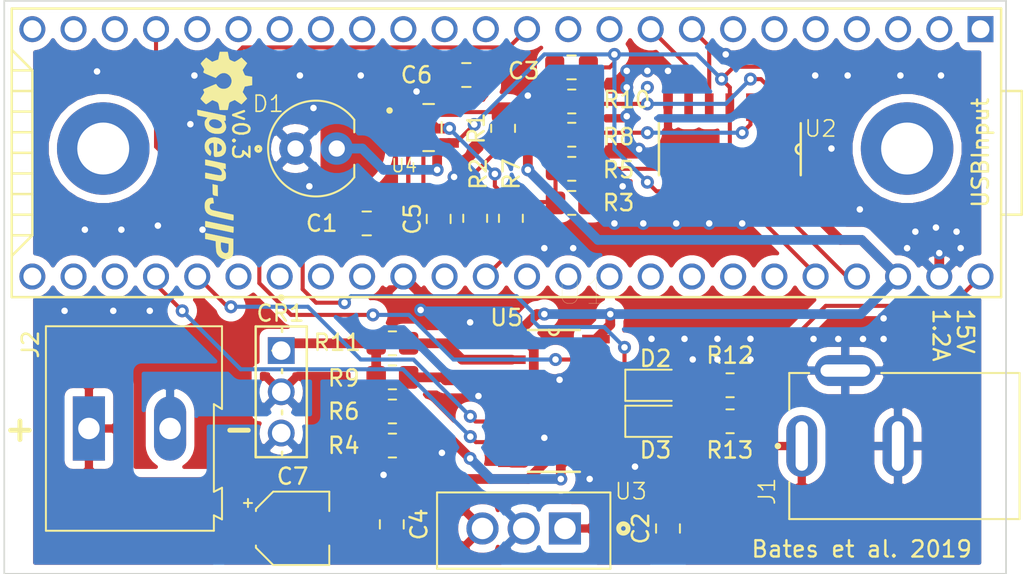
<source format=kicad_pcb>
(kicad_pcb (version 20171130) (host pcbnew "(5.1.9-0-10_14)")
  (layers (0 F.Cu signal) (31 B.Cu signal) (34 B.Paste user) (35 F.Paste user) (36 B.SilkS user) (37 F.SilkS user) (38 B.Mask user) (39 F.Mask user) (44 Edge.Cuts user))
  (net 0 "")
  (net 1 "Net-(C1-Pad2)")
  (net 2 GNDA)
  (net 3 GND)
  (net 4 /Out)
  (net 5 /-IN)
  (net 6 "Net-(C4-Pad2)")
  (net 7 +3V3)
  (net 8 "Net-(C7-Pad2)")
  (net 9 /TrigOut)
  (net 10 "Net-(D2-Pad2)")
  (net 11 "Net-(R3-Pad2)")
  (net 12 "Net-(R4-Pad2)")
  (net 13 "Net-(R5-Pad2)")
  (net 14 "Net-(R6-Pad2)")
  (net 15 FluoroRead)
  (net 16 "Net-(R8-Pad2)")
  (net 17 "Net-(R9-Pad2)")
  (net 18 "Net-(R10-Pad2)")
  (net 19 "Net-(R11-Pad2)")
  (net 20 +5V)
  (net 21 ActinicGain2)
  (net 22 ActinicGain3)
  (net 23 ActinicGain4)
  (net 24 ActinicGain1)
  (net 25 FluoroGain1)
  (net 26 FluoroGain4)
  (net 27 FluoroGain3)
  (net 28 FluoroGain2)
  (net 29 +15V)
  (net 30 "Net-(D3-Pad2)")
  (module TO253P1067X470X2040-3 (layer F.Cu) (at 163.83 105.41 180)
    (fp_text reference U3 (at -4.064 2.286) (layer F.SilkS) (effects (font (size 1.000094 1.000094) (thickness 0.1))))
    (fp_text value KA7812ETU hide)
    (pad 1 thru_hole rect (at 0 0 180) (size 1.98 1.98) (drill 1.32) (layers *.Cu *.Mask) (net 29 +15V))
    (pad 2 thru_hole circle (at 2.54 0 180) (size 1.98 1.98) (drill 1.32) (layers *.Cu *.Mask) (net 3 GND))
    (pad 3 thru_hole circle (at 5.08 0 180) (size 1.98 1.98) (drill 1.32) (layers *.Cu *.Mask) (net 6 "Net-(C4-Pad2)"))
  )
  (module Silkscreen_Images:Open-JIP_Logo (layer F.Cu) (at 142.828 82.394 270)
    (fp_text reference G*** hide)
    (fp_text value LOGO hide)
  )
  (module MountingHole:MountingHole_3.2mm_M3_ISO7380_Pad (layer F.Cu) (at 184.912 82)
    (fp_text reference REF** hide)
    (fp_text value MountingHole_3.2mm_M3_ISO7380_Pad hide)
    (pad 1 thru_hole circle (at 0 0) (size 5.7 5.7) (drill 3.2) (layers *.Cu *.Mask))
  )
  (module MountingHole:MountingHole_3.2mm_M3_ISO7380_Pad (layer F.Cu) (at 135.382 82)
    (fp_text reference REF** hide)
    (fp_text value MountingHole_3.2mm_M3_ISO7380_Pad hide)
    (pad 1 thru_hole circle (at 0 0) (size 5.7 5.7) (drill 3.2) (layers *.Cu *.Mask))
  )
  (module Teensy:Teensy35_36 (layer F.Cu) (at 160.225001 82.265001 180)
    (fp_text reference U5 (at 0 -10.16) (layer F.SilkS))
    (fp_text value Teensy3.6)
    (fp_text user USBInput (at -29.21 0 90) (layer F.SilkS))
    (pad 17 thru_hole circle (at 11.43 7.62 180) (size 1.6 1.6) (drill 1.1) (layers *.Cu *.Mask))
    (pad 18 thru_hole circle (at 13.97 7.62 180) (size 1.6 1.6) (drill 1.1) (layers *.Cu *.Mask))
    (pad 19 thru_hole circle (at 16.51 7.62 180) (size 1.6 1.6) (drill 1.1) (layers *.Cu *.Mask))
    (pad 20 thru_hole circle (at 19.05 7.62 180) (size 1.6 1.6) (drill 1.1) (layers *.Cu *.Mask))
    (pad 16 thru_hole circle (at 8.89 7.62 180) (size 1.6 1.6) (drill 1.1) (layers *.Cu *.Mask))
    (pad 15 thru_hole circle (at 6.35 7.62 180) (size 1.6 1.6) (drill 1.1) (layers *.Cu *.Mask))
    (pad 14 thru_hole circle (at 3.81 7.62 180) (size 1.6 1.6) (drill 1.1) (layers *.Cu *.Mask))
    (pad 21 thru_hole circle (at 21.59 7.62 180) (size 1.6 1.6) (drill 1.1) (layers *.Cu *.Mask) (net 24 ActinicGain1))
    (pad 22 thru_hole circle (at 24.13 7.62 180) (size 1.6 1.6) (drill 1.1) (layers *.Cu *.Mask))
    (pad 23 thru_hole circle (at 26.67 7.62 180) (size 1.6 1.6) (drill 1.1) (layers *.Cu *.Mask))
    (pad 24 thru_hole circle (at 29.21 7.62 180) (size 1.6 1.6) (drill 1.1) (layers *.Cu *.Mask))
    (pad 30 thru_hole circle (at 29.21 -7.62 180) (size 1.6 1.6) (drill 1.1) (layers *.Cu *.Mask))
    (pad 31 thru_hole circle (at 26.67 -7.62 180) (size 1.6 1.6) (drill 1.1) (layers *.Cu *.Mask))
    (pad 32 thru_hole circle (at 24.13 -7.62 180) (size 1.6 1.6) (drill 1.1) (layers *.Cu *.Mask))
    (pad 33 thru_hole circle (at 21.59 -7.62 180) (size 1.6 1.6) (drill 1.1) (layers *.Cu *.Mask) (net 22 ActinicGain3))
    (pad 34 thru_hole circle (at 19.05 -7.62 180) (size 1.6 1.6) (drill 1.1) (layers *.Cu *.Mask) (net 21 ActinicGain2))
    (pad 35 thru_hole circle (at 16.51 -7.62 180) (size 1.6 1.6) (drill 1.1) (layers *.Cu *.Mask))
    (pad 36 thru_hole circle (at 13.97 -7.62 180) (size 1.6 1.6) (drill 1.1) (layers *.Cu *.Mask))
    (pad 37 thru_hole circle (at 11.43 -7.62 180) (size 1.6 1.6) (drill 1.1) (layers *.Cu *.Mask))
    (pad 13 thru_hole circle (at 1.27 7.62 180) (size 1.6 1.6) (drill 1.1) (layers *.Cu *.Mask))
    (pad 12 thru_hole circle (at -1.27 7.62 180) (size 1.6 1.6) (drill 1.1) (layers *.Cu *.Mask) (net 23 ActinicGain4))
    (pad 11 thru_hole circle (at -3.81 7.62 180) (size 1.6 1.6) (drill 1.1) (layers *.Cu *.Mask))
    (pad 10 thru_hole circle (at -6.35 7.62 180) (size 1.6 1.6) (drill 1.1) (layers *.Cu *.Mask))
    (pad 9 thru_hole circle (at -8.89 7.62 180) (size 1.6 1.6) (drill 1.1) (layers *.Cu *.Mask) (net 27 FluoroGain3))
    (pad 8 thru_hole circle (at -11.43 7.62 180) (size 1.6 1.6) (drill 1.1) (layers *.Cu *.Mask) (net 28 FluoroGain2))
    (pad 7 thru_hole circle (at -13.97 7.62 180) (size 1.6 1.6) (drill 1.1) (layers *.Cu *.Mask))
    (pad 6 thru_hole circle (at -16.51 7.62 180) (size 1.6 1.6) (drill 1.1) (layers *.Cu *.Mask))
    (pad 5 thru_hole circle (at -19.05 7.62 180) (size 1.6 1.6) (drill 1.1) (layers *.Cu *.Mask))
    (pad 4 thru_hole circle (at -21.59 7.62 180) (size 1.6 1.6) (drill 1.1) (layers *.Cu *.Mask))
    (pad 3 thru_hole circle (at -24.13 7.62 180) (size 1.6 1.6) (drill 1.1) (layers *.Cu *.Mask))
    (pad 2 thru_hole circle (at -26.67 7.62 180) (size 1.6 1.6) (drill 1.1) (layers *.Cu *.Mask))
    (pad 1 thru_hole rect (at -29.21 7.62 180) (size 1.6 1.6) (drill 1.1) (layers *.Cu *.Mask))
    (pad 38 thru_hole circle (at 8.89 -7.62 180) (size 1.6 1.6) (drill 1.1) (layers *.Cu *.Mask))
    (pad 39 thru_hole circle (at 6.35 -7.62 180) (size 1.6 1.6) (drill 1.1) (layers *.Cu *.Mask) (net 3 GND))
    (pad 40 thru_hole circle (at 3.81 -7.62 180) (size 1.6 1.6) (drill 1.1) (layers *.Cu *.Mask))
    (pad 41 thru_hole circle (at 1.27 -7.62 180) (size 1.6 1.6) (drill 1.1) (layers *.Cu *.Mask) (net 15 FluoroRead))
    (pad 42 thru_hole circle (at -1.27 -7.62 180) (size 1.6 1.6) (drill 1.1) (layers *.Cu *.Mask))
    (pad 43 thru_hole circle (at -3.81 -7.62 180) (size 1.6 1.6) (drill 1.1) (layers *.Cu *.Mask))
    (pad 44 thru_hole circle (at -6.35 -7.62 180) (size 1.6 1.6) (drill 1.1) (layers *.Cu *.Mask))
    (pad 45 thru_hole circle (at -8.89 -7.62 180) (size 1.6 1.6) (drill 1.1) (layers *.Cu *.Mask))
    (pad 46 thru_hole circle (at -11.43 -7.62 180) (size 1.6 1.6) (drill 1.1) (layers *.Cu *.Mask))
    (pad 47 thru_hole circle (at -13.97 -7.62 180) (size 1.6 1.6) (drill 1.1) (layers *.Cu *.Mask))
    (pad 48 thru_hole circle (at -16.51 -7.62 180) (size 1.6 1.6) (drill 1.1) (layers *.Cu *.Mask))
    (pad 49 thru_hole circle (at -19.05 -7.62 180) (size 1.6 1.6) (drill 1.1) (layers *.Cu *.Mask) (net 26 FluoroGain4))
    (pad 50 thru_hole circle (at -21.59 -7.62 180) (size 1.6 1.6) (drill 1.1) (layers *.Cu *.Mask) (net 25 FluoroGain1))
    (pad 51 thru_hole circle (at -24.13 -7.62 180) (size 1.6 1.6) (drill 1.1) (layers *.Cu *.Mask) (net 7 +3V3))
    (pad 52 thru_hole circle (at -26.67 -7.62 180) (size 1.6 1.6) (drill 1.1) (layers *.Cu *.Mask) (net 2 GNDA))
    (pad 53 thru_hole circle (at -29.21 -7.62 180) (size 1.6 1.6) (drill 1.1) (layers *.Cu *.Mask) (net 20 +5V))
  )
  (module Additional-parts:DCJack_MPD_EJ503A (layer F.Cu) (at 181.102 100.33 90)
    (fp_text reference J1 (at -2.794 -4.826 90) (layer F.SilkS) (effects (font (thickness 0.1))))
    (fp_text value EJ503A)
    (pad 1 thru_hole oval (at 0 -2.68 90) (size 3.8 1.9) (drill oval 3.05 0.76) (layers *.Cu *.Mask) (net 29 +15V))
    (pad 2 thru_hole oval (at 0 3.25 90) (size 3.8 1.9) (drill oval 3.05 0.76) (layers *.Cu *.Mask) (net 3 GND))
    (pad 3 thru_hole oval (at 4.65 0 90) (size 1.9 3.8) (drill oval 0.76 3.05) (layers *.Cu *.Mask) (net 3 GND))
  )
  (module Resistor_SMD:R_0805_2012Metric_Pad1.20x1.40mm_HandSolder (layer F.Cu) (at 174.006 98.806 180)
    (fp_text reference R13 (at 0.016 -1.778) (layer F.SilkS))
    (fp_text value 15K)
    (pad 2 smd roundrect (at 1 0 180) (size 1.2 1.4) (layers F.Cu F.Paste F.Mask) (roundrect_rratio 0.2083325) (net 30 "Net-(D3-Pad2)"))
    (pad 1 smd roundrect (at -1 0 180) (size 1.2 1.4) (layers F.Cu F.Paste F.Mask) (roundrect_rratio 0.2083325) (net 29 +15V))
  )
  (module LED_SMD:LED_0805_2012Metric_Pad1.15x1.40mm_HandSolder (layer F.Cu) (at 169.409 98.806)
    (fp_text reference D3 (at 0 1.778) (layer F.SilkS))
    (fp_text value LED)
    (pad 2 smd roundrect (at 1.025 0) (size 1.15 1.4) (layers F.Cu F.Paste F.Mask) (roundrect_rratio 0.2173904347826087) (net 30 "Net-(D3-Pad2)"))
    (pad 1 smd roundrect (at -1.025 0) (size 1.15 1.4) (layers F.Cu F.Paste F.Mask) (roundrect_rratio 0.2173904347826087) (net 3 GND))
  )
  (module Capacitor_SMD:C_0805_2012Metric_Pad1.18x1.45mm_HandSolder (layer F.Cu) (at 151.6165 86.614)
    (fp_text reference C1 (at -2.7725 0) (layer F.SilkS))
    (fp_text value 100nF)
    (pad 2 smd roundrect (at 1.0375 0) (size 1.175 1.45) (layers F.Cu F.Paste F.Mask) (roundrect_rratio 0.2127659574468085) (net 1 "Net-(C1-Pad2)"))
    (pad 1 smd roundrect (at -1.0375 0) (size 1.175 1.45) (layers F.Cu F.Paste F.Mask) (roundrect_rratio 0.2127659574468085) (net 2 GNDA))
  )
  (module Capacitor_SMD:C_0805_2012Metric_Pad1.18x1.45mm_HandSolder (layer F.Cu) (at 170.18 105.41 90)
    (fp_text reference C2 (at 0 -1.68 90) (layer F.SilkS))
    (fp_text value 330nF)
    (pad 1 smd roundrect (at -1.0375 0 90) (size 1.175 1.45) (layers F.Cu F.Paste F.Mask) (roundrect_rratio 0.2127659574468085) (net 3 GND))
    (pad 2 smd roundrect (at 1.0375 0 90) (size 1.175 1.45) (layers F.Cu F.Paste F.Mask) (roundrect_rratio 0.2127659574468085) (net 29 +15V))
  )
  (module Capacitor_SMD:C_0805_2012Metric_Pad1.18x1.45mm_HandSolder (layer F.Cu) (at 164.2375 77)
    (fp_text reference C3 (at -2.9475 0.216) (layer F.SilkS))
    (fp_text value 1pF)
    (pad 1 smd roundrect (at -1.0375 0) (size 1.175 1.45) (layers F.Cu F.Paste F.Mask) (roundrect_rratio 0.2127659574468085) (net 4 /Out))
    (pad 2 smd roundrect (at 1.0375 0) (size 1.175 1.45) (layers F.Cu F.Paste F.Mask) (roundrect_rratio 0.2127659574468085) (net 5 /-IN))
  )
  (module Capacitor_SMD:C_0805_2012Metric_Pad1.18x1.45mm_HandSolder (layer F.Cu) (at 153.162 105.156 270)
    (fp_text reference C4 (at 0 -1.68 90) (layer F.SilkS))
    (fp_text value 100nF)
    (pad 2 smd roundrect (at 1.0375 0 270) (size 1.175 1.45) (layers F.Cu F.Paste F.Mask) (roundrect_rratio 0.2127659574468085) (net 6 "Net-(C4-Pad2)"))
    (pad 1 smd roundrect (at -1.0375 0 270) (size 1.175 1.45) (layers F.Cu F.Paste F.Mask) (roundrect_rratio 0.2127659574468085) (net 3 GND))
  )
  (module Capacitor_SMD:C_0805_2012Metric_Pad1.18x1.45mm_HandSolder (layer F.Cu) (at 156.05 86.3375 90)
    (fp_text reference C5 (at 0 -1.618 90) (layer F.SilkS))
    (fp_text value 100nF)
    (pad 2 smd roundrect (at 1.0375 0 90) (size 1.175 1.45) (layers F.Cu F.Paste F.Mask) (roundrect_rratio 0.2127659574468085) (net 2 GNDA))
    (pad 1 smd roundrect (at -1.0375 0 90) (size 1.175 1.45) (layers F.Cu F.Paste F.Mask) (roundrect_rratio 0.2127659574468085) (net 2 GNDA))
  )
  (module Capacitor_SMD:C_0805_2012Metric_Pad1.18x1.45mm_HandSolder (layer F.Cu) (at 157.7555 77.47 180)
    (fp_text reference C6 (at 3.0695 0) (layer F.SilkS))
    (fp_text value 100nF)
    (pad 1 smd roundrect (at -1.0375 0 180) (size 1.175 1.45) (layers F.Cu F.Paste F.Mask) (roundrect_rratio 0.2127659574468085) (net 2 GNDA))
    (pad 2 smd roundrect (at 1.0375 0 180) (size 1.175 1.45) (layers F.Cu F.Paste F.Mask) (roundrect_rratio 0.2127659574468085) (net 7 +3V3))
  )
  (module Capacitor_SMD:CP_Elec_4x5.4 (layer F.Cu) (at 147.05 105.4)
    (fp_text reference C7 (at 0 -3.2) (layer F.SilkS))
    (fp_text value 1uF)
    (pad 1 smd roundrect (at -1.8 0) (size 2.6 1.6) (layers F.Cu F.Paste F.Mask) (roundrect_rratio 0.15625) (net 6 "Net-(C4-Pad2)"))
    (pad 2 smd roundrect (at 1.8 0) (size 2.6 1.6) (layers F.Cu F.Paste F.Mask) (roundrect_rratio 0.15625) (net 8 "Net-(C7-Pad2)"))
  )
  (module Additional-parts:BD681 (layer F.Cu) (at 146.35 94.45 270)
    (fp_text reference CR1 (at -2.3 0.05) (layer F.SilkS))
    (fp_text value BD681 hide)
    (fp_text user * (at 0 0 90) (layer F.SilkS))
    (pad 1 thru_hole rect (at 0 0 270) (size 1.651 1.651) (drill 1.143) (layers *.Cu *.Mask) (net 9 /TrigOut))
    (pad 2 thru_hole circle (at 2.54 0 270) (size 1.651 1.651) (drill 1.143) (layers *.Cu *.Mask) (net 8 "Net-(C7-Pad2)"))
    (pad 3 thru_hole circle (at 5.08 0 270) (size 1.651 1.651) (drill 1.143) (layers *.Cu *.Mask) (net 3 GND))
  )
  (module Additional-parts:SFH_213_FA (layer F.Cu) (at 148.5 82)
    (fp_text reference D1 (at -2.958 -2.752) (layer F.SilkS) (effects (font (thickness 0.1))))
    (fp_text value SFH_213_FA)
    (fp_poly (pts (xy 0.27 -0.06) (xy 0.27 -1.79) (xy 0.325072 -1.838669) (xy 0.369937 -1.876115) (xy 0.415724 -1.912427) (xy 0.462405 -1.947583) (xy 0.509951 -1.981559) (xy 0.558332 -2.014336) (xy 0.607517 -2.045893) (xy 0.657477 -2.076209) (xy 0.708179 -2.105266) (xy 0.759592 -2.133046) (xy 0.811684 -2.159531) (xy 0.864422 -2.184704) (xy 0.917774 -2.208551) (xy 0.971705 -2.231055) (xy 1.026182 -2.252204) (xy 1.081171 -2.271983) (xy 1.136638 -2.290381) (xy 1.192548 -2.307385) (xy 1.248865 -2.322986) (xy 1.305555 -2.337173) (xy 1.362582 -2.349937) (xy 1.419911 -2.361271) (xy 1.477505 -2.371168) (xy 1.535329 -2.37962) (xy 1.593346 -2.386624) (xy 1.65152 -2.392174) (xy 1.709815 -2.396268) (xy 1.768193 -2.398902) (xy 1.82662 -2.400075) (xy 1.87 -2.4) (xy 1.895 -2.4) (xy 2.027992 -2.394465) (xy 2.152129 -2.382621) (xy 2.275487 -2.364368) (xy 2.397735 -2.339756) (xy 2.518545 -2.308849) (xy 2.637594 -2.271732) (xy 2.754563 -2.228503) (xy 2.869137 -2.179278) (xy 2.98101 -2.124189) (xy 3.089882 -2.063384) (xy 3.195461 -1.997026) (xy 3.297464 -1.925292) (xy 3.395618 -1.848376) (xy 3.48966 -1.766483) (xy 3.579337 -1.679832) (xy 3.66441 -1.588656) (xy 3.744649 -1.493199) (xy 3.819841 -1.393718) (xy 3.889783 -1.290478) (xy 3.954289 -1.183757) (xy 4.013184 -1.073841) (xy 4.066312 -0.961023) (xy 4.11353 -0.845607) (xy 4.154711 -0.727902) (xy 4.189746 -0.608224) (xy 4.218539 -0.486892) (xy 4.241014 -0.364233) (xy 4.257111 -0.240576) (xy 4.266787 -0.11625) (xy 4.27 0) (xy 4.266787 0.11625) (xy 4.257111 0.240576) (xy 4.241014 0.364233) (xy 4.218539 0.486892) (xy 4.189746 0.608224) (xy 4.154711 0.727902) (xy 4.11353 0.845607) (xy 4.066312 0.961023) (xy 4.013184 1.073841) (xy 3.954289 1.183757) (xy 3.889783 1.290478) (xy 3.819841 1.393718) (xy 3.744649 1.493199) (xy 3.66441 1.588656) (xy 3.579337 1.679832) (xy 3.48966 1.766483) (xy 3.395618 1.848376) (xy 3.297464 1.925292) (xy 3.195461 1.997026) (xy 3.089882 2.063384) (xy 2.98101 2.124189) (xy 2.869137 2.179278) (xy 2.754563 2.228503) (xy 2.637594 2.271732) (xy 2.518545 2.308849) (xy 2.397735 2.339756) (xy 2.275487 2.364368) (xy 2.152129 2.382621) (xy 2.027992 2.394465) (xy 1.895 2.4) (xy 1.795 2.4) (xy 1.87 2.4) (xy 1.82662 2.400075) (xy 1.768193 2.398902) (xy 1.709815 2.396268) (xy 1.65152 2.392174) (xy 1.593346 2.386624) (xy 1.535329 2.37962) (xy 1.477505 2.371168) (xy 1.419911 2.361271) (xy 1.362582 2.349937) (xy 1.305555 2.337173) (xy 1.248865 2.322986) (xy 1.192548 2.307385) (xy 1.136638 2.290381) (xy 1.081171 2.271983) (xy 1.026182 2.252204) (xy 0.971705 2.231055) (xy 0.917774 2.208551) (xy 0.864422 2.184704) (xy 0.811684 2.159531) (xy 0.759592 2.133046) (xy 0.708179 2.105266) (xy 0.657477 2.076209) (xy 0.607517 2.045893) (xy 0.558332 2.014336) (xy 0.509951 1.981559) (xy 0.462405 1.947583) (xy 0.415724 1.912427) (xy 0.369937 1.876115) (xy 0.325072 1.838669) (xy 0.27 1.79) (xy 0.27 -0.06)) (layer F.Cu) (width 0.001))
    (pad 1 thru_hole circle (at -1.27 0) (size 2 2) (drill 1) (layers *.Cu) (net 2 GNDA))
    (pad 2 thru_hole circle (at 1.27 0) (size 2 2) (drill 1) (layers *.Cu) (net 5 /-IN))
  )
  (module LED_SMD:LED_0805_2012Metric_Pad1.15x1.40mm_HandSolder (layer F.Cu) (at 169.409 96.586)
    (fp_text reference D2 (at 0 -1.65) (layer F.SilkS))
    (fp_text value LED)
    (pad 1 smd roundrect (at -1.025 0) (size 1.15 1.4) (layers F.Cu F.Paste F.Mask) (roundrect_rratio 0.2173904347826087) (net 3 GND))
    (pad 2 smd roundrect (at 1.025 0) (size 1.15 1.4) (layers F.Cu F.Paste F.Mask) (roundrect_rratio 0.2173904347826087) (net 10 "Net-(D2-Pad2)"))
  )
  (module TerminalBlock:TerminalBlock_Altech_AK300-2_P5.00mm (layer F.Cu) (at 134.5 99.25)
    (fp_text reference J2 (at -3.598 -5.178 -270) (layer F.SilkS))
    (fp_text value Screw_Terminal_01x02 hide)
    (pad 1 thru_hole rect (at 0 0) (size 1.98 3.96) (drill 1.32) (layers *.Cu *.Mask) (net 6 "Net-(C4-Pad2)"))
    (pad 2 thru_hole oval (at 5 0) (size 1.98 3.96) (drill 1.32) (layers *.Cu *.Mask) (net 8 "Net-(C7-Pad2)"))
  )
  (module Resistor_SMD:R_0805_2012Metric_Pad1.20x1.40mm_HandSolder (layer F.Cu) (at 160.02 80.756 90)
    (fp_text reference R1 (at 0 -1.65 90) (layer F.SilkS))
    (fp_text value 20K)
    (pad 1 smd roundrect (at -1 0 90) (size 1.2 1.4) (layers F.Cu F.Paste F.Mask) (roundrect_rratio 0.2083325) (net 1 "Net-(C1-Pad2)"))
    (pad 2 smd roundrect (at 1 0 90) (size 1.2 1.4) (layers F.Cu F.Paste F.Mask) (roundrect_rratio 0.2083325) (net 7 +3V3))
  )
  (module Resistor_SMD:R_0805_2012Metric_Pad1.20x1.40mm_HandSolder (layer F.Cu) (at 158.3 86.3 90)
    (fp_text reference R2 (at 2.734 0.196 90) (layer F.SilkS))
    (fp_text value 5)
    (pad 2 smd roundrect (at 1 0 90) (size 1.2 1.4) (layers F.Cu F.Paste F.Mask) (roundrect_rratio 0.2083325) (net 1 "Net-(C1-Pad2)"))
    (pad 1 smd roundrect (at -1 0 90) (size 1.2 1.4) (layers F.Cu F.Paste F.Mask) (roundrect_rratio 0.2083325) (net 2 GNDA))
  )
  (module Resistor_SMD:R_0805_2012Metric_Pad1.20x1.40mm_HandSolder (layer F.Cu) (at 164.25 85.35)
    (fp_text reference R3 (at 2.882 -0.006) (layer F.SilkS))
    (fp_text value 3.9M)
    (pad 1 smd roundrect (at -1 0) (size 1.2 1.4) (layers F.Cu F.Paste F.Mask) (roundrect_rratio 0.2083325) (net 4 /Out))
    (pad 2 smd roundrect (at 1 0) (size 1.2 1.4) (layers F.Cu F.Paste F.Mask) (roundrect_rratio 0.2083325) (net 11 "Net-(R3-Pad2)"))
  )
  (module Resistor_SMD:R_0805_2012Metric_Pad1.20x1.40mm_HandSolder (layer F.Cu) (at 153.2 100.3)
    (fp_text reference R4 (at -3 0) (layer F.SilkS))
    (fp_text value 8.2K)
    (pad 2 smd roundrect (at 1 0) (size 1.2 1.4) (layers F.Cu F.Paste F.Mask) (roundrect_rratio 0.2083325) (net 12 "Net-(R4-Pad2)"))
    (pad 1 smd roundrect (at -1 0) (size 1.2 1.4) (layers F.Cu F.Paste F.Mask) (roundrect_rratio 0.2083325) (net 9 /TrigOut))
  )
  (module Resistor_SMD:R_0805_2012Metric_Pad1.20x1.40mm_HandSolder (layer F.Cu) (at 164.25 83.25)
    (fp_text reference R5 (at 2.882 0.062) (layer F.SilkS))
    (fp_text value 3.3M)
    (pad 2 smd roundrect (at 1 0) (size 1.2 1.4) (layers F.Cu F.Paste F.Mask) (roundrect_rratio 0.2083325) (net 13 "Net-(R5-Pad2)"))
    (pad 1 smd roundrect (at -1 0) (size 1.2 1.4) (layers F.Cu F.Paste F.Mask) (roundrect_rratio 0.2083325) (net 4 /Out))
  )
  (module Resistor_SMD:R_0805_2012Metric_Pad1.20x1.40mm_HandSolder (layer F.Cu) (at 153.2 98.2)
    (fp_text reference R6 (at -3 0) (layer F.SilkS))
    (fp_text value 6.8K)
    (pad 1 smd roundrect (at -1 0) (size 1.2 1.4) (layers F.Cu F.Paste F.Mask) (roundrect_rratio 0.2083325) (net 9 /TrigOut))
    (pad 2 smd roundrect (at 1 0) (size 1.2 1.4) (layers F.Cu F.Paste F.Mask) (roundrect_rratio 0.2083325) (net 14 "Net-(R6-Pad2)"))
  )
  (module Resistor_SMD:R_0805_2012Metric_Pad1.20x1.40mm_HandSolder (layer F.Cu) (at 160.5 86.3 90)
    (fp_text reference R7 (at 2.734 0.028 90) (layer F.SilkS))
    (fp_text value 47)
    (pad 1 smd roundrect (at -1 0 90) (size 1.2 1.4) (layers F.Cu F.Paste F.Mask) (roundrect_rratio 0.2083325) (net 15 FluoroRead))
    (pad 2 smd roundrect (at 1 0 90) (size 1.2 1.4) (layers F.Cu F.Paste F.Mask) (roundrect_rratio 0.2083325) (net 4 /Out))
  )
  (module Resistor_SMD:R_0805_2012Metric_Pad1.20x1.40mm_HandSolder (layer F.Cu) (at 164.25 81.15)
    (fp_text reference R8 (at 2.882 0.13) (layer F.SilkS))
    (fp_text value 2.3M)
    (pad 1 smd roundrect (at -1 0) (size 1.2 1.4) (layers F.Cu F.Paste F.Mask) (roundrect_rratio 0.2083325) (net 4 /Out))
    (pad 2 smd roundrect (at 1 0) (size 1.2 1.4) (layers F.Cu F.Paste F.Mask) (roundrect_rratio 0.2083325) (net 16 "Net-(R8-Pad2)"))
  )
  (module Resistor_SMD:R_0805_2012Metric_Pad1.20x1.40mm_HandSolder (layer F.Cu) (at 153.2 96.1)
    (fp_text reference R9 (at -3 0.05) (layer F.SilkS))
    (fp_text value 5.1K)
    (pad 1 smd roundrect (at -1 0) (size 1.2 1.4) (layers F.Cu F.Paste F.Mask) (roundrect_rratio 0.2083325) (net 9 /TrigOut))
    (pad 2 smd roundrect (at 1 0) (size 1.2 1.4) (layers F.Cu F.Paste F.Mask) (roundrect_rratio 0.2083325) (net 17 "Net-(R9-Pad2)"))
  )
  (module Resistor_SMD:R_0805_2012Metric_Pad1.20x1.40mm_HandSolder (layer F.Cu) (at 164.25 79.1)
    (fp_text reference R10 (at 3.39 -0.106) (layer F.SilkS))
    (fp_text value 1M)
    (pad 2 smd roundrect (at 1 0) (size 1.2 1.4) (layers F.Cu F.Paste F.Mask) (roundrect_rratio 0.2083325) (net 18 "Net-(R10-Pad2)"))
    (pad 1 smd roundrect (at -1 0) (size 1.2 1.4) (layers F.Cu F.Paste F.Mask) (roundrect_rratio 0.2083325) (net 4 /Out))
  )
  (module Resistor_SMD:R_0805_2012Metric_Pad1.20x1.40mm_HandSolder (layer F.Cu) (at 153.2 94)
    (fp_text reference R11 (at -3.4 -0.05) (layer F.SilkS))
    (fp_text value 4.3K)
    (pad 2 smd roundrect (at 1 0) (size 1.2 1.4) (layers F.Cu F.Paste F.Mask) (roundrect_rratio 0.2083325) (net 19 "Net-(R11-Pad2)"))
    (pad 1 smd roundrect (at -1 0) (size 1.2 1.4) (layers F.Cu F.Paste F.Mask) (roundrect_rratio 0.2083325) (net 9 /TrigOut))
  )
  (module Resistor_SMD:R_0805_2012Metric_Pad1.20x1.40mm_HandSolder (layer F.Cu) (at 174.006 96.586 180)
    (fp_text reference R12 (at 0.016 1.844) (layer F.SilkS))
    (fp_text value 1K)
    (pad 2 smd roundrect (at 1 0 180) (size 1.2 1.4) (layers F.Cu F.Paste F.Mask) (roundrect_rratio 0.2083325) (net 10 "Net-(D2-Pad2)"))
    (pad 1 smd roundrect (at -1 0 180) (size 1.2 1.4) (layers F.Cu F.Paste F.Mask) (roundrect_rratio 0.2083325) (net 20 +5V))
  )
  (module Additional-parts:SOIC127P600X175-14N (layer F.Cu) (at 163.15 97.55)
    (fp_text reference U1 (at 1.754745 -6.764665) (layer F.SilkS) (effects (font (size 1.642008 1.642008) (thickness 0.015))))
    (fp_text value 74HC4066D,653 hide)
    (pad 1 smd rect (at -2.5908 -3.81) (size 1.7018 0.5334) (layers F.Cu F.Paste F.Mask) (net 7 +3V3))
    (pad 2 smd rect (at -2.5908 -2.54) (size 1.7018 0.5334) (layers F.Cu F.Paste F.Mask) (net 19 "Net-(R11-Pad2)"))
    (pad 3 smd rect (at -2.5908 -1.27) (size 1.7018 0.5334) (layers F.Cu F.Paste F.Mask) (net 17 "Net-(R9-Pad2)"))
    (pad 4 smd rect (at -2.5908 0) (size 1.7018 0.5334) (layers F.Cu F.Paste F.Mask) (net 7 +3V3))
    (pad 5 smd rect (at -2.5908 1.27) (size 1.7018 0.5334) (layers F.Cu F.Paste F.Mask) (net 21 ActinicGain2))
    (pad 6 smd rect (at -2.5908 2.54) (size 1.7018 0.5334) (layers F.Cu F.Paste F.Mask) (net 22 ActinicGain3))
    (pad 7 smd rect (at -2.5908 3.81) (size 1.7018 0.5334) (layers F.Cu F.Paste F.Mask) (net 3 GND))
    (pad 8 smd rect (at 2.5908 3.81) (size 1.7018 0.5334) (layers F.Cu F.Paste F.Mask) (net 7 +3V3))
    (pad 9 smd rect (at 2.5908 2.54) (size 1.7018 0.5334) (layers F.Cu F.Paste F.Mask) (net 14 "Net-(R6-Pad2)"))
    (pad 10 smd rect (at 2.5908 1.27) (size 1.7018 0.5334) (layers F.Cu F.Paste F.Mask) (net 12 "Net-(R4-Pad2)"))
    (pad 11 smd rect (at 2.5908 0) (size 1.7018 0.5334) (layers F.Cu F.Paste F.Mask) (net 7 +3V3))
    (pad 12 smd rect (at 2.5908 -1.27) (size 1.7018 0.5334) (layers F.Cu F.Paste F.Mask) (net 23 ActinicGain4))
    (pad 13 smd rect (at 2.5908 -2.54) (size 1.7018 0.5334) (layers F.Cu F.Paste F.Mask) (net 24 ActinicGain1))
    (pad 14 smd rect (at 2.5908 -3.81) (size 1.7018 0.5334) (layers F.Cu F.Paste F.Mask) (net 7 +3V3))
  )
  (module Additional-parts:SOIC127P600X175-14N (layer F.Cu) (at 173.99 82.042 270)
    (fp_text reference U2 (at -1.27 -5.588 180) (layer F.SilkS) (effects (font (thickness 0.1))))
    (fp_text value 74HC4066D,653 hide)
    (pad 14 smd rect (at 2.5908 -3.81 270) (size 1.7018 0.5334) (layers F.Cu F.Paste F.Mask) (net 7 +3V3))
    (pad 13 smd rect (at 2.5908 -2.54 270) (size 1.7018 0.5334) (layers F.Cu F.Paste F.Mask) (net 25 FluoroGain1))
    (pad 12 smd rect (at 2.5908 -1.27 270) (size 1.7018 0.5334) (layers F.Cu F.Paste F.Mask) (net 26 FluoroGain4))
    (pad 11 smd rect (at 2.5908 0 270) (size 1.7018 0.5334) (layers F.Cu F.Paste F.Mask) (net 5 /-IN))
    (pad 10 smd rect (at 2.5908 1.27 270) (size 1.7018 0.5334) (layers F.Cu F.Paste F.Mask) (net 11 "Net-(R3-Pad2)"))
    (pad 9 smd rect (at 2.5908 2.54 270) (size 1.7018 0.5334) (layers F.Cu F.Paste F.Mask) (net 13 "Net-(R5-Pad2)"))
    (pad 8 smd rect (at 2.5908 3.81 270) (size 1.7018 0.5334) (layers F.Cu F.Paste F.Mask) (net 5 /-IN))
    (pad 7 smd rect (at -2.5908 3.81 270) (size 1.7018 0.5334) (layers F.Cu F.Paste F.Mask) (net 2 GNDA))
    (pad 6 smd rect (at -2.5908 2.54 270) (size 1.7018 0.5334) (layers F.Cu F.Paste F.Mask) (net 27 FluoroGain3))
    (pad 5 smd rect (at -2.5908 1.27 270) (size 1.7018 0.5334) (layers F.Cu F.Paste F.Mask) (net 28 FluoroGain2))
    (pad 4 smd rect (at -2.5908 0 270) (size 1.7018 0.5334) (layers F.Cu F.Paste F.Mask) (net 5 /-IN))
    (pad 3 smd rect (at -2.5908 -1.27 270) (size 1.7018 0.5334) (layers F.Cu F.Paste F.Mask) (net 16 "Net-(R8-Pad2)"))
    (pad 2 smd rect (at -2.5908 -2.54 270) (size 1.7018 0.5334) (layers F.Cu F.Paste F.Mask) (net 18 "Net-(R10-Pad2)"))
    (pad 1 smd rect (at -2.5908 -3.81 270) (size 1.7018 0.5334) (layers F.Cu F.Paste F.Mask) (net 5 /-IN))
  )
  (module Additional-parts:SOT95P280X145-5N (layer F.Cu) (at 155.433 80.706)
    (fp_text reference U4 (at -1.509 2.352) (layer F.SilkS) (effects (font (size 0.8 0.8) (thickness 0.1))))
    (fp_text value OPA320AIDBVT)
    (pad 1 smd rect (at -1.255 -0.95) (size 1.21 0.59) (layers F.Cu F.Paste F.Mask) (net 4 /Out))
    (pad 2 smd rect (at -1.255 0) (size 1.21 0.59) (layers F.Cu F.Paste F.Mask) (net 2 GNDA))
    (pad 3 smd rect (at -1.255 0.95) (size 1.21 0.59) (layers F.Cu F.Paste F.Mask) (net 1 "Net-(C1-Pad2)"))
    (pad 4 smd rect (at 1.255 0.95) (size 1.21 0.59) (layers F.Cu F.Paste F.Mask) (net 5 /-IN))
    (pad 5 smd rect (at 1.255 -0.95) (size 1.21 0.59) (layers F.Cu F.Paste F.Mask) (net 7 +3V3))
  )
  (gr_text 1.2A (at 187 93.5 270) (layer F.SilkS) (effects (font (size 1 1))))
  (gr_text "15V\n" (at 188.5 93.25 270) (layer F.SilkS) (effects (font (size 1 1))))
  (gr_text v0.3 (at 143.844 81.124 270) (layer F.SilkS) (effects (font (size 1 1))))
  (gr_text "Bates et al. 2019" (at 182.118 106.68) (layer F.SilkS) (effects (font (size 1 1))))
  (gr_text - (at 143.75 99.25) (layer F.SilkS) (effects (font (size 1.5 1.5) (thickness 0.3))))
  (gr_text + (at 130.25 99.25) (layer F.SilkS) (effects (font (size 1.5 1.5) (thickness 0.3))))
  (gr_line (start 191.008 72.898) (end 129.286 72.898) (layer Edge.Cuts) (width 0.1))
  (gr_line (start 191.008 108.204) (end 191.008 72.898) (layer Edge.Cuts) (width 0.1))
  (gr_line (start 129.286 108.204) (end 191.008 108.204) (layer Edge.Cuts) (width 0.1))
  (gr_line (start 129.286 72.898) (end 129.286 108.204) (layer Edge.Cuts) (width 0.1))
  (via (at 168.91 78.232) (size 0.8) (drill 0.4) (layers F.Cu B.Cu) (net 0))
  (segment (start 154.178 85.09) (end 152.654 86.614) (width 0.25) (layer F.Cu) (net 1))
  (segment (start 154.178 81.656) (end 154.178 85.09) (width 0.25) (layer F.Cu) (net 1))
  (segment (start 158.3 83.476) (end 160.02 81.756) (width 0.25) (layer F.Cu) (net 1))
  (segment (start 158.3 85.3) (end 158.3 83.476) (width 0.25) (layer F.Cu) (net 1))
  (segment (start 154.178 85.05369) (end 155.48431 86.36) (width 0.25) (layer F.Cu) (net 1))
  (segment (start 154.178 81.656) (end 154.178 85.05369) (width 0.25) (layer F.Cu) (net 1))
  (segment (start 157.24 86.36) (end 158.3 85.3) (width 0.25) (layer F.Cu) (net 1))
  (segment (start 155.48431 86.36) (end 157.24 86.36) (width 0.25) (layer F.Cu) (net 1))
  (via (at 170.18 77.216) (size 0.8) (drill 0.4) (layers F.Cu B.Cu) (net 2))
  (segment (start 170.18 79.4512) (end 170.18 77.216) (width 0.6) (layer F.Cu) (net 2))
  (segment (start 186.895001 89.885001) (end 186.895001 88.440999) (width 0.6) (layer F.Cu) (net 2))
  (segment (start 186.895001 88.440999) (end 186.895001 88.440999) (width 0.6) (layer F.Cu) (net 2))
  (via (at 186.895001 88.440999) (size 0.8) (drill 0.4) (layers F.Cu B.Cu) (net 2))
  (via (at 167.386 84.328) (size 0.8) (drill 0.4) (layers F.Cu B.Cu) (net 2))
  (via (at 166.878 86.614) (size 0.8) (drill 0.4) (layers F.Cu B.Cu) (net 2))
  (via (at 168.656 86.614) (size 0.8) (drill 0.4) (layers F.Cu B.Cu) (net 2))
  (via (at 170.688 86.614) (size 0.8) (drill 0.4) (layers F.Cu B.Cu) (net 2))
  (via (at 172.72 86.614) (size 0.8) (drill 0.4) (layers F.Cu B.Cu) (net 2))
  (via (at 174.752 86.614) (size 0.8) (drill 0.4) (layers F.Cu B.Cu) (net 2))
  (via (at 162.56 88.138) (size 0.8) (drill 0.4) (layers F.Cu B.Cu) (net 2))
  (via (at 164.338 88.138) (size 0.8) (drill 0.4) (layers F.Cu B.Cu) (net 2))
  (via (at 157 83.75) (size 0.8) (drill 0.4) (layers F.Cu B.Cu) (net 2))
  (via (at 148.082 84.328) (size 0.8) (drill 0.4) (layers F.Cu B.Cu) (net 2))
  (via (at 148.336 79.502) (size 0.8) (drill 0.4) (layers F.Cu B.Cu) (net 2))
  (via (at 154.686 78.486) (size 0.8) (drill 0.4) (layers F.Cu B.Cu) (net 2))
  (via (at 161.544 78.74) (size 0.8) (drill 0.4) (layers F.Cu B.Cu) (net 2))
  (via (at 167.64 77.216) (size 0.8) (drill 0.4) (layers F.Cu B.Cu) (net 2))
  (via (at 168.91 77.216) (size 0.8) (drill 0.4) (layers F.Cu B.Cu) (net 2))
  (via (at 167.64 78.232) (size 0.8) (drill 0.4) (layers F.Cu B.Cu) (net 2))
  (via (at 167.64 80.01) (size 0.8) (drill 0.4) (layers F.Cu B.Cu) (net 2))
  (via (at 168.402 82.042) (size 0.8) (drill 0.4) (layers F.Cu B.Cu) (net 2))
  (via (at 173.736 76.2) (size 0.8) (drill 0.4) (layers F.Cu B.Cu) (net 2))
  (via (at 184.912 88.138) (size 0.8) (drill 0.4) (layers F.Cu B.Cu) (net 2))
  (via (at 185.42 87.122) (size 0.8) (drill 0.4) (layers F.Cu B.Cu) (net 2))
  (via (at 186.69 86.868) (size 0.8) (drill 0.4) (layers F.Cu B.Cu) (net 2))
  (via (at 187.96 87.122) (size 0.8) (drill 0.4) (layers F.Cu B.Cu) (net 2))
  (via (at 188.214 88.138) (size 0.8) (drill 0.4) (layers F.Cu B.Cu) (net 2))
  (segment (start 155.108001 81.100999) (end 154.713002 80.706) (width 0.25) (layer F.Cu) (net 2))
  (segment (start 154.713002 80.706) (end 154.178 80.706) (width 0.25) (layer F.Cu) (net 2))
  (segment (start 155.108001 84.358001) (end 155.108001 81.100999) (width 0.25) (layer F.Cu) (net 2))
  (segment (start 156.05 85.3) (end 155.108001 84.358001) (width 0.25) (layer F.Cu) (net 2))
  (segment (start 156.05 84.7) (end 157 83.75) (width 0.25) (layer F.Cu) (net 2))
  (segment (start 156.05 85.3) (end 156.05 84.7) (width 0.25) (layer F.Cu) (net 2))
  (via (at 138.75 86.75) (size 0.8) (drill 0.4) (layers F.Cu B.Cu) (net 2))
  (via (at 140.75 80.5) (size 0.8) (drill 0.4) (layers F.Cu B.Cu) (net 2))
  (via (at 135 77.25) (size 0.8) (drill 0.4) (layers F.Cu B.Cu) (net 2))
  (via (at 134.25 87) (size 0.8) (drill 0.4) (layers F.Cu B.Cu) (net 2))
  (via (at 141.5 87) (size 0.8) (drill 0.4) (layers F.Cu B.Cu) (net 2))
  (via (at 141 77.5) (size 0.8) (drill 0.4) (layers F.Cu B.Cu) (net 2))
  (via (at 147.5 77.5) (size 0.8) (drill 0.4) (layers F.Cu B.Cu) (net 2))
  (via (at 151.25 77.5) (size 0.8) (drill 0.4) (layers F.Cu B.Cu) (net 2))
  (via (at 181.25 77.5) (size 0.8) (drill 0.4) (layers F.Cu B.Cu) (net 2))
  (via (at 187 77.5) (size 0.8) (drill 0.4) (layers F.Cu B.Cu) (net 2))
  (via (at 136.5 87) (size 0.8) (drill 0.4) (layers F.Cu B.Cu) (net 2))
  (via (at 179.25 77.5) (size 0.8) (drill 0.4) (layers F.Cu B.Cu) (net 2))
  (via (at 184.5 77.5) (size 0.8) (drill 0.4) (layers F.Cu B.Cu) (net 2))
  (via (at 180.25 82) (size 0.8) (drill 0.4) (layers F.Cu B.Cu) (net 2))
  (via (at 182 85.75) (size 0.8) (drill 0.4) (layers F.Cu B.Cu) (net 2))
  (via (at 162.56 99.822) (size 0.8) (drill 0.4) (layers F.Cu B.Cu) (net 3))
  (segment (start 162.56 100.106802) (end 162.56 99.822) (width 0.6) (layer F.Cu) (net 3))
  (segment (start 161.306802 101.36) (end 162.56 100.106802) (width 0.6) (layer F.Cu) (net 3))
  (segment (start 160.5592 101.36) (end 161.306802 101.36) (width 0.6) (layer F.Cu) (net 3))
  (segment (start 153.875001 89.885001) (end 154.94 90.95) (width 0.6) (layer F.Cu) (net 3))
  (segment (start 154.94 90.95) (end 154.94 91.948) (width 0.6) (layer F.Cu) (net 3))
  (via (at 154.94 91.948) (size 0.8) (drill 0.4) (layers F.Cu B.Cu) (net 3))
  (via (at 168.148 101.6) (size 0.8) (drill 0.4) (layers F.Cu B.Cu) (net 3))
  (via (at 169.164 93.726) (size 0.8) (drill 0.4) (layers F.Cu B.Cu) (net 3))
  (via (at 171.196 93.726) (size 0.8) (drill 0.4) (layers F.Cu B.Cu) (net 3))
  (via (at 173.228 93.726) (size 0.8) (drill 0.4) (layers F.Cu B.Cu) (net 3))
  (via (at 175.26 93.726) (size 0.8) (drill 0.4) (layers F.Cu B.Cu) (net 3))
  (via (at 152.654 102.108) (size 0.8) (drill 0.4) (layers F.Cu B.Cu) (net 3))
  (via (at 157.988 92.71) (size 0.8) (drill 0.4) (layers F.Cu B.Cu) (net 3))
  (via (at 165.354 102.362) (size 0.8) (drill 0.4) (layers F.Cu B.Cu) (net 3))
  (via (at 171.704 94.996) (size 0.8) (drill 0.4) (layers F.Cu B.Cu) (net 3))
  (via (at 175.26 94.996) (size 0.8) (drill 0.4) (layers F.Cu B.Cu) (net 3))
  (via (at 173.228 94.996) (size 0.8) (drill 0.4) (layers F.Cu B.Cu) (net 3))
  (via (at 183.464 92.464) (size 0.8) (drill 0.4) (layers F.Cu B.Cu) (net 3))
  (via (at 183.464 93.734) (size 0.8) (drill 0.4) (layers F.Cu B.Cu) (net 3))
  (via (at 182.194 93.734) (size 0.8) (drill 0.4) (layers F.Cu B.Cu) (net 3))
  (via (at 180.67 93.734) (size 0.8) (drill 0.4) (layers F.Cu B.Cu) (net 3))
  (via (at 179.146 93.734) (size 0.8) (drill 0.4) (layers F.Cu B.Cu) (net 3))
  (via (at 163.5 96.25) (size 0.8) (drill 0.4) (layers F.Cu B.Cu) (net 3))
  (via (at 133 92) (size 0.8) (drill 0.4) (layers F.Cu B.Cu) (net 3))
  (via (at 136 92) (size 0.8) (drill 0.4) (layers F.Cu B.Cu) (net 3))
  (via (at 138.25 92) (size 0.8) (drill 0.4) (layers F.Cu B.Cu) (net 3))
  (via (at 156.25 100.75) (size 0.8) (drill 0.4) (layers F.Cu B.Cu) (net 3))
  (via (at 158.5 97.25) (size 0.8) (drill 0.4) (layers F.Cu B.Cu) (net 3))
  (via (at 159.512 83.566) (size 0.8) (drill 0.4) (layers F.Cu B.Cu) (net 4))
  (segment (start 156.718 80.772) (end 159.512 83.566) (width 0.25) (layer B.Cu) (net 4))
  (segment (start 159.512 84.312) (end 160.5 85.3) (width 0.25) (layer F.Cu) (net 4))
  (segment (start 159.512 83.566) (end 159.512 84.312) (width 0.25) (layer F.Cu) (net 4))
  (segment (start 163.2 85.3) (end 163.25 85.35) (width 0.25) (layer F.Cu) (net 4))
  (segment (start 160.5 85.3) (end 163.2 85.3) (width 0.25) (layer F.Cu) (net 4))
  (segment (start 163.25 77.05) (end 163.2 77) (width 0.25) (layer F.Cu) (net 4))
  (segment (start 163.25 85.35) (end 163.25 77.05) (width 0.25) (layer F.Cu) (net 4))
  (segment (start 154.887998 79.756) (end 155.903998 80.772) (width 0.6) (layer F.Cu) (net 4))
  (segment (start 154.178 79.756) (end 154.887998 79.756) (width 0.6) (layer F.Cu) (net 4))
  (via (at 156.71815 80.756505) (size 0.8) (drill 0.4) (layers F.Cu B.Cu) (net 4))
  (segment (start 156.702655 80.772) (end 156.71815 80.756505) (width 0.6) (layer F.Cu) (net 4))
  (segment (start 155.903998 80.772) (end 156.702655 80.772) (width 0.6) (layer F.Cu) (net 4))
  (segment (start 156.688 81.656) (end 156.378 81.656) (width 0.25) (layer F.Cu) (net 5))
  (segment (start 156.688 81.656) (end 157.104 81.656) (width 0.25) (layer F.Cu) (net 5))
  (via (at 158.242 80.518) (size 0.8) (drill 0.4) (layers F.Cu B.Cu) (net 5))
  (segment (start 157.104 81.656) (end 158.242 80.518) (width 0.25) (layer F.Cu) (net 5))
  (segment (start 158.242 80.518) (end 162.56 76.2) (width 0.25) (layer B.Cu) (net 5))
  (via (at 166.878 76.2) (size 0.8) (drill 0.4) (layers F.Cu B.Cu) (net 5))
  (segment (start 162.56 76.2) (end 166.878 76.2) (width 0.25) (layer B.Cu) (net 5))
  (segment (start 166.878 76.2) (end 166.878 76.708) (width 0.25) (layer F.Cu) (net 5))
  (segment (start 166.586 77) (end 165.275 77) (width 0.25) (layer F.Cu) (net 5))
  (segment (start 166.878 76.708) (end 166.586 77) (width 0.25) (layer F.Cu) (net 5))
  (segment (start 173.99 79.4512) (end 173.99 78.232) (width 0.25) (layer F.Cu) (net 5))
  (via (at 173.482 77.724) (size 0.8) (drill 0.4) (layers F.Cu B.Cu) (net 5))
  (segment (start 173.99 78.232) (end 173.482 77.724) (width 0.25) (layer F.Cu) (net 5))
  (segment (start 171.958 76.2) (end 166.878 76.2) (width 0.25) (layer B.Cu) (net 5))
  (segment (start 173.482 77.724) (end 171.958 76.2) (width 0.25) (layer B.Cu) (net 5))
  (segment (start 173.99 84.6328) (end 173.99 79.4512) (width 0.25) (layer F.Cu) (net 5))
  (segment (start 177.8 80.2386) (end 177.8 79.4512) (width 0.25) (layer F.Cu) (net 5))
  (segment (start 173.99 84.0486) (end 177.8 80.2386) (width 0.25) (layer F.Cu) (net 5))
  (segment (start 173.99 84.6328) (end 173.99 84.0486) (width 0.25) (layer F.Cu) (net 5))
  (segment (start 170.18 84.6328) (end 169.4688 84.6328) (width 0.25) (layer F.Cu) (net 5))
  (via (at 168.91 84.074) (size 0.8) (drill 0.4) (layers F.Cu B.Cu) (net 5))
  (segment (start 169.4688 84.6328) (end 168.91 84.074) (width 0.25) (layer F.Cu) (net 5))
  (segment (start 166.878 82.042) (end 166.878 76.2) (width 0.25) (layer B.Cu) (net 5))
  (segment (start 168.91 84.074) (end 166.878 82.042) (width 0.25) (layer B.Cu) (net 5))
  (segment (start 177.8 78.3503) (end 176.4117 76.962) (width 0.25) (layer F.Cu) (net 5))
  (segment (start 177.8 79.4512) (end 177.8 78.3503) (width 0.25) (layer F.Cu) (net 5))
  (segment (start 174.244 76.962) (end 173.482 77.724) (width 0.25) (layer F.Cu) (net 5))
  (segment (start 176.4117 76.962) (end 174.244 76.962) (width 0.25) (layer F.Cu) (net 5))
  (segment (start 149.77 82) (end 151.342 82) (width 0.6) (layer B.Cu) (net 5))
  (segment (start 151.342 82) (end 152.654 83.312) (width 0.6) (layer B.Cu) (net 5))
  (via (at 155.956 83.312) (size 0.8) (drill 0.4) (layers F.Cu B.Cu) (net 5))
  (segment (start 152.654 83.312) (end 155.956 83.312) (width 0.6) (layer B.Cu) (net 5))
  (segment (start 155.956 82.388) (end 156.688 81.656) (width 0.6) (layer F.Cu) (net 5))
  (segment (start 155.956 83.312) (end 155.956 82.388) (width 0.6) (layer F.Cu) (net 5))
  (segment (start 156.718 79.726) (end 156.688 79.756) (width 0.25) (layer F.Cu) (net 7))
  (segment (start 156.718 77.47) (end 156.718 79.726) (width 0.25) (layer F.Cu) (net 7))
  (segment (start 156.688 79.756) (end 160.02 79.756) (width 0.25) (layer F.Cu) (net 7))
  (segment (start 184.355001 89.885001) (end 182.1 87.63) (width 0.6) (layer F.Cu) (net 7))
  (segment (start 180.7972 87.63) (end 177.8 84.6328) (width 0.6) (layer F.Cu) (net 7))
  (segment (start 182.1 87.63) (end 180.7972 87.63) (width 0.6) (layer F.Cu) (net 7))
  (segment (start 160.02 79.756) (end 161.544 81.28) (width 0.6) (layer F.Cu) (net 7))
  (via (at 161.544 83.312) (size 0.8) (drill 0.4) (layers F.Cu B.Cu) (net 7))
  (segment (start 161.544 81.28) (end 161.544 83.312) (width 0.6) (layer F.Cu) (net 7))
  (segment (start 161.544 83.312) (end 165.862 87.63) (width 0.6) (layer B.Cu) (net 7))
  (segment (start 182.1 87.63) (end 184.355001 89.885001) (width 0.6) (layer B.Cu) (net 7))
  (segment (start 165.862 87.63) (end 182.1 87.63) (width 0.6) (layer B.Cu) (net 7))
  (segment (start 184.355001 89.885001) (end 182.038002 92.202) (width 0.6) (layer B.Cu) (net 7))
  (via (at 166.624 92.202) (size 0.8) (drill 0.4) (layers F.Cu B.Cu) (net 7))
  (segment (start 182.038002 92.202) (end 166.624 92.202) (width 0.6) (layer B.Cu) (net 7))
  (segment (start 166.624 92.8568) (end 165.7408 93.74) (width 0.6) (layer F.Cu) (net 7))
  (segment (start 166.624 92.202) (end 166.624 92.8568) (width 0.6) (layer F.Cu) (net 7))
  (segment (start 166.624 92.202) (end 162.56 92.202) (width 0.6) (layer B.Cu) (net 7))
  (via (at 162.56 92.202) (size 0.8) (drill 0.4) (layers F.Cu B.Cu) (net 7))
  (segment (start 162.0972 92.202) (end 160.5592 93.74) (width 0.6) (layer F.Cu) (net 7))
  (segment (start 162.56 92.202) (end 162.0972 92.202) (width 0.6) (layer F.Cu) (net 7))
  (segment (start 160.5592 97.55) (end 161.276 97.55) (width 0.6) (layer F.Cu) (net 7))
  (segment (start 161.306802 93.74) (end 160.5592 93.74) (width 0.6) (layer F.Cu) (net 7))
  (segment (start 161.910101 96.915899) (end 161.910101 94.343299) (width 0.6) (layer F.Cu) (net 7))
  (segment (start 161.910101 94.343299) (end 161.306802 93.74) (width 0.6) (layer F.Cu) (net 7))
  (segment (start 161.276 97.55) (end 161.910101 96.915899) (width 0.6) (layer F.Cu) (net 7))
  (segment (start 162.544202 97.55) (end 165.7408 97.55) (width 0.6) (layer F.Cu) (net 7))
  (segment (start 161.910101 96.915899) (end 162.544202 97.55) (width 0.6) (layer F.Cu) (net 7))
  (segment (start 165.7408 101.36) (end 167.118 101.36) (width 0.6) (layer F.Cu) (net 7))
  (segment (start 167.118 101.36) (end 167.30899 101.16901) (width 0.6) (layer F.Cu) (net 7))
  (segment (start 167.30899 97.66729) (end 167.1917 97.55) (width 0.6) (layer F.Cu) (net 7))
  (segment (start 167.1917 97.55) (end 165.7408 97.55) (width 0.6) (layer F.Cu) (net 7))
  (segment (start 167.30899 101.16901) (end 167.30899 97.66729) (width 0.6) (layer F.Cu) (net 7))
  (segment (start 152.2 100.3) (end 152.2 94) (width 0.6) (layer F.Cu) (net 9))
  (segment (start 146.8 94) (end 146.35 94.45) (width 0.6) (layer F.Cu) (net 9))
  (segment (start 152.2 94) (end 146.8 94) (width 0.6) (layer F.Cu) (net 9))
  (segment (start 170.434 96.586) (end 173.006 96.586) (width 0.25) (layer F.Cu) (net 10))
  (segment (start 172.72 85.7337) (end 172.72 84.6328) (width 0.25) (layer F.Cu) (net 11))
  (segment (start 172.644999 85.808701) (end 172.72 85.7337) (width 0.25) (layer F.Cu) (net 11))
  (segment (start 165.708701 85.808701) (end 172.644999 85.808701) (width 0.25) (layer F.Cu) (net 11))
  (segment (start 165.25 85.35) (end 165.708701 85.808701) (width 0.25) (layer F.Cu) (net 11))
  (segment (start 164.993198 98.82) (end 162.814 100.999198) (width 0.6) (layer F.Cu) (net 12))
  (segment (start 165.7408 98.82) (end 164.993198 98.82) (width 0.6) (layer F.Cu) (net 12))
  (segment (start 162.814 101.122802) (end 161.574802 102.362) (width 0.6) (layer F.Cu) (net 12))
  (segment (start 162.814 100.999198) (end 162.814 101.122802) (width 0.6) (layer F.Cu) (net 12))
  (segment (start 156.262 102.362) (end 154.2 100.3) (width 0.6) (layer F.Cu) (net 12))
  (segment (start 161.574802 102.362) (end 156.262 102.362) (width 0.6) (layer F.Cu) (net 12))
  (segment (start 171.45 83.5319) (end 171.45 84.6328) (width 0.25) (layer F.Cu) (net 13))
  (segment (start 171.1681 83.25) (end 171.45 83.5319) (width 0.25) (layer F.Cu) (net 13))
  (segment (start 165.25 83.25) (end 171.1681 83.25) (width 0.25) (layer F.Cu) (net 13))
  (segment (start 154.2 98.2) (end 155.096 98.2) (width 0.6) (layer F.Cu) (net 14))
  (via (at 157.988 101.092) (size 0.8) (drill 0.4) (layers F.Cu B.Cu) (net 14))
  (segment (start 155.096 98.2) (end 157.988 101.092) (width 0.6) (layer F.Cu) (net 14))
  (segment (start 157.988 101.092) (end 159.258 102.362) (width 0.6) (layer B.Cu) (net 14))
  (via (at 163.576 102.362) (size 0.8) (drill 0.4) (layers F.Cu B.Cu) (net 14))
  (segment (start 159.258 102.362) (end 163.576 102.362) (width 0.6) (layer B.Cu) (net 14))
  (segment (start 164.993198 100.09) (end 165.7408 100.09) (width 0.6) (layer F.Cu) (net 14))
  (segment (start 163.576 101.507198) (end 164.993198 100.09) (width 0.6) (layer F.Cu) (net 14))
  (segment (start 163.576 102.362) (end 163.576 101.507198) (width 0.6) (layer F.Cu) (net 14))
  (segment (start 160.5 88.340002) (end 158.955001 89.885001) (width 0.25) (layer F.Cu) (net 15))
  (segment (start 160.5 87.3) (end 160.5 88.340002) (width 0.25) (layer F.Cu) (net 15))
  (segment (start 175.26 79.4512) (end 175.26 80.518) (width 0.25) (layer F.Cu) (net 16))
  (via (at 174.752 81.026) (size 0.8) (drill 0.4) (layers F.Cu B.Cu) (net 16))
  (segment (start 175.26 80.518) (end 174.752 81.026) (width 0.25) (layer F.Cu) (net 16))
  (segment (start 174.752 81.026) (end 168.91 81.026) (width 0.25) (layer B.Cu) (net 16))
  (via (at 168.91 81.026) (size 0.8) (drill 0.4) (layers F.Cu B.Cu) (net 16))
  (segment (start 165.374 81.026) (end 165.25 81.15) (width 0.25) (layer F.Cu) (net 16))
  (segment (start 168.91 81.026) (end 165.374 81.026) (width 0.25) (layer F.Cu) (net 16))
  (segment (start 160.5592 96.28) (end 156.478 96.28) (width 0.6) (layer F.Cu) (net 17))
  (segment (start 156.298 96.1) (end 154.2 96.1) (width 0.6) (layer F.Cu) (net 17))
  (segment (start 156.478 96.28) (end 156.298 96.1) (width 0.6) (layer F.Cu) (net 17))
  (segment (start 176.53 78.3503) (end 175.9037 77.724) (width 0.25) (layer F.Cu) (net 18))
  (segment (start 176.53 79.4512) (end 176.53 78.3503) (width 0.25) (layer F.Cu) (net 18))
  (via (at 175.26 77.724) (size 0.8) (drill 0.4) (layers F.Cu B.Cu) (net 18))
  (segment (start 175.9037 77.724) (end 175.26 77.724) (width 0.25) (layer F.Cu) (net 18))
  (segment (start 175.26 77.724) (end 173.736 79.248) (width 0.25) (layer B.Cu) (net 18))
  (via (at 168.91 79.248) (size 0.8) (drill 0.4) (layers F.Cu B.Cu) (net 18))
  (segment (start 173.736 79.248) (end 168.91 79.248) (width 0.25) (layer B.Cu) (net 18))
  (segment (start 165.398 79.248) (end 165.25 79.1) (width 0.25) (layer F.Cu) (net 18))
  (segment (start 168.91 79.248) (end 165.398 79.248) (width 0.25) (layer F.Cu) (net 18))
  (segment (start 160.5592 95.01) (end 157.494 95.01) (width 0.6) (layer F.Cu) (net 19))
  (segment (start 156.484 94) (end 154.2 94) (width 0.6) (layer F.Cu) (net 19))
  (segment (start 157.494 95.01) (end 156.484 94) (width 0.6) (layer F.Cu) (net 19))
  (segment (start 189.435001 89.885001) (end 187.626002 91.694) (width 0.25) (layer F.Cu) (net 20))
  (segment (start 179.898 91.694) (end 175.006 96.586) (width 0.25) (layer F.Cu) (net 20))
  (segment (start 187.626002 91.694) (end 179.898 91.694) (width 0.25) (layer F.Cu) (net 20))
  (segment (start 141.175001 89.885001) (end 143.04 91.75) (width 0.25) (layer F.Cu) (net 21))
  (via (at 143.25 91.75) (size 0.8) (drill 0.4) (layers F.Cu B.Cu) (net 21))
  (segment (start 143.04 91.75) (end 143.25 91.75) (width 0.25) (layer F.Cu) (net 21))
  (segment (start 143.25 91.75) (end 148 91.75) (width 0.25) (layer B.Cu) (net 21))
  (segment (start 148 91.75) (end 151.25 95) (width 0.25) (layer B.Cu) (net 21))
  (segment (start 151.25 95) (end 154.5 95) (width 0.25) (layer B.Cu) (net 21))
  (via (at 158 98.5) (size 0.8) (drill 0.4) (layers F.Cu B.Cu) (net 21))
  (segment (start 154.5 95) (end 158 98.5) (width 0.25) (layer B.Cu) (net 21))
  (segment (start 158.32 98.82) (end 158 98.5) (width 0.25) (layer F.Cu) (net 21))
  (segment (start 160.5592 98.82) (end 158.32 98.82) (width 0.25) (layer F.Cu) (net 21))
  (via (at 140.25 92) (size 0.8) (drill 0.4) (layers F.Cu B.Cu) (net 22))
  (segment (start 143.850501 95.600501) (end 153.850501 95.600501) (width 0.25) (layer B.Cu) (net 22))
  (segment (start 140.25 92) (end 143.850501 95.600501) (width 0.25) (layer B.Cu) (net 22))
  (via (at 158 99.75) (size 0.8) (drill 0.4) (layers F.Cu B.Cu) (net 22))
  (segment (start 153.850501 95.600501) (end 158 99.75) (width 0.25) (layer B.Cu) (net 22))
  (segment (start 158.34 100.09) (end 158 99.75) (width 0.25) (layer F.Cu) (net 22))
  (segment (start 160.5592 100.09) (end 158.34 100.09) (width 0.25) (layer F.Cu) (net 22))
  (segment (start 138.635001 90.385001) (end 138.635001 89.885001) (width 0.25) (layer F.Cu) (net 22))
  (segment (start 140.25 92) (end 138.635001 90.385001) (width 0.25) (layer F.Cu) (net 22))
  (segment (start 160.37 75.770002) (end 143.979998 75.770002) (width 0.25) (layer F.Cu) (net 23))
  (segment (start 161.495001 74.645001) (end 160.37 75.770002) (width 0.25) (layer F.Cu) (net 23))
  (segment (start 143.979998 75.770002) (end 142.75 77) (width 0.25) (layer F.Cu) (net 23))
  (segment (start 142.75 77) (end 142.75 83.5) (width 0.25) (layer F.Cu) (net 23))
  (segment (start 147.67 88.42) (end 147.67 90.67) (width 0.25) (layer F.Cu) (net 23))
  (segment (start 142.75 83.5) (end 147.67 88.42) (width 0.25) (layer F.Cu) (net 23))
  (segment (start 147.67 90.67) (end 148.5 91.5) (width 0.25) (layer F.Cu) (net 23))
  (via (at 150.25 91.5) (size 0.8) (drill 0.4) (layers F.Cu B.Cu) (net 23))
  (segment (start 148.5 91.5) (end 150.25 91.5) (width 0.25) (layer F.Cu) (net 23))
  (via (at 167.5 94.25) (size 0.8) (drill 0.4) (layers F.Cu B.Cu) (net 23))
  (segment (start 166.8417 96.28) (end 165.7408 96.28) (width 0.25) (layer F.Cu) (net 23))
  (segment (start 167.5 95.6217) (end 166.8417 96.28) (width 0.25) (layer F.Cu) (net 23))
  (segment (start 167.5 94.25) (end 167.5 95.6217) (width 0.25) (layer F.Cu) (net 23))
  (segment (start 166.25 93) (end 167.5 94.25) (width 0.25) (layer B.Cu) (net 23))
  (segment (start 162.25 93) (end 166.25 93) (width 0.25) (layer B.Cu) (net 23))
  (segment (start 161.834999 92.584999) (end 162.25 93) (width 0.25) (layer B.Cu) (net 23))
  (segment (start 161.834999 92.084999) (end 161.834999 92.584999) (width 0.25) (layer B.Cu) (net 23))
  (segment (start 160.850001 91.100001) (end 161.834999 92.084999) (width 0.25) (layer B.Cu) (net 23))
  (segment (start 150.649999 91.100001) (end 160.850001 91.100001) (width 0.25) (layer B.Cu) (net 23))
  (segment (start 150.25 91.5) (end 150.649999 91.100001) (width 0.25) (layer B.Cu) (net 23))
  (segment (start 138.635001 74.645001) (end 138.635001 81.885001) (width 0.25) (layer F.Cu) (net 24))
  (segment (start 138.635001 81.885001) (end 145 88.25) (width 0.25) (layer F.Cu) (net 24))
  (segment (start 145 90.295002) (end 146.954998 92.25) (width 0.25) (layer F.Cu) (net 24))
  (segment (start 145 88.25) (end 145 90.295002) (width 0.25) (layer F.Cu) (net 24))
  (via (at 152 92.25) (size 0.8) (drill 0.4) (layers F.Cu B.Cu) (net 24))
  (segment (start 146.954998 92.25) (end 152 92.25) (width 0.25) (layer F.Cu) (net 24))
  (segment (start 154.214999 92.25) (end 156.964999 95) (width 0.25) (layer B.Cu) (net 24))
  (segment (start 152 92.25) (end 154.214999 92.25) (width 0.25) (layer B.Cu) (net 24))
  (via (at 163.25 95) (size 0.8) (drill 0.4) (layers F.Cu B.Cu) (net 24))
  (segment (start 156.964999 95) (end 163.25 95) (width 0.25) (layer B.Cu) (net 24))
  (segment (start 165.7308 95) (end 165.7408 95.01) (width 0.25) (layer F.Cu) (net 24))
  (segment (start 163.25 95) (end 165.7308 95) (width 0.25) (layer F.Cu) (net 24))
  (segment (start 181.198001 89.885001) (end 181.815001 89.885001) (width 0.25) (layer F.Cu) (net 25))
  (segment (start 176.53 85.217) (end 181.198001 89.885001) (width 0.25) (layer F.Cu) (net 25))
  (segment (start 176.53 84.6328) (end 176.53 85.217) (width 0.25) (layer F.Cu) (net 25))
  (segment (start 179.275001 89.748701) (end 179.275001 89.885001) (width 0.25) (layer F.Cu) (net 26))
  (segment (start 175.26 85.7337) (end 179.275001 89.748701) (width 0.25) (layer F.Cu) (net 26))
  (segment (start 175.26 84.6328) (end 175.26 85.7337) (width 0.25) (layer F.Cu) (net 26))
  (segment (start 171.45 76.98) (end 171.45 79.4512) (width 0.25) (layer F.Cu) (net 27))
  (segment (start 169.115001 74.645001) (end 171.45 76.98) (width 0.25) (layer F.Cu) (net 27))
  (segment (start 172.72 75.71) (end 172.72 79.4512) (width 0.25) (layer F.Cu) (net 28))
  (segment (start 171.655001 74.645001) (end 172.72 75.71) (width 0.25) (layer F.Cu) (net 28))
  (segment (start 170.434 98.806) (end 173.006 98.806) (width 0.25) (layer F.Cu) (net 30))
  (zone (net 29) (net_name +15V) (layer F.Cu) (priority 1) (connect_pads (clearance 0.508)) (min_thickness 0.254) (fill yes (arc_segments 32) (thermal_gap 0.508) (thermal_bridge_width 0.508))
    (polygon (pts (xy 179.832 102.616) (xy 172.974 105.41) (xy 168.148 105.41) (xy 165.608 106.934) (xy 162.814 106.934) (xy 162.814 104.14) (xy 173.99 100.33) (xy 173.99 98.044) (xy 179.832 98.044)))
  )
  (zone (net 2) (net_name GNDA) (layer F.Cu) (connect_pads (clearance 0.508)) (min_thickness 0.254) (fill yes (arc_segments 32) (thermal_gap 0.508) (thermal_bridge_width 0.508))
    (polygon (pts (xy 189.484 89.916) (xy 131.064 89.916) (xy 131.064 74.676) (xy 189.484 74.676)))
  )
  (zone (net 3) (net_name GND) (layer F.Cu) (connect_pads (clearance 0.508)) (min_thickness 0.254) (fill yes (arc_segments 32) (thermal_gap 0.508) (thermal_bridge_width 0.508))
    (polygon (pts (xy 189.478235 107.696) (xy 131.058235 107.696) (xy 131.058235 90.424) (xy 189.478235 90.424)))
  )
  (zone (net 8) (net_name "Net-(C7-Pad2)") (layer F.Cu) (priority 2) (connect_pads (clearance 0.508)) (min_thickness 0.254) (fill yes (arc_segments 32) (thermal_gap 0.508) (thermal_bridge_width 0.508))
    (polygon (pts (xy 150.622 106.68) (xy 147.066 106.68) (xy 147.066 104.14) (xy 147.828 102.108) (xy 147.828 98.298) (xy 145.034 98.298) (xy 145.034 95.758) (xy 150.622 95.758)))
  )
  (zone (net 3) (net_name GND) (layer B.Cu) (connect_pads (clearance 0.508)) (min_thickness 0.254) (fill yes (arc_segments 32) (thermal_gap 0.508) (thermal_bridge_width 0.508))
    (polygon (pts (xy 189.484 107.696) (xy 131.064 107.696) (xy 131.064 90.424) (xy 189.484 90.424)))
  )
  (zone (net 2) (net_name GNDA) (layer B.Cu) (connect_pads (clearance 0.508)) (min_thickness 0.254) (fill yes (arc_segments 32) (thermal_gap 0.508) (thermal_bridge_width 0.508))
    (polygon (pts (xy 189.484 89.916) (xy 131.064 89.916) (xy 131.064 74.676) (xy 189.484 74.676)))
  )
  (zone (net 8) (net_name "Net-(C7-Pad2)") (layer B.Cu) (priority 1) (connect_pads (clearance 0.508)) (min_thickness 0.254) (fill yes (arc_segments 32) (thermal_gap 0.508) (thermal_bridge_width 0.508))
    (polygon (pts (xy 148.25 98.5) (xy 141.25 98.5) (xy 141.25 101.75) (xy 137.75 101.75) (xy 137.75 95.75) (xy 148.25 95.75)))
  )
  (zone (net 6) (net_name "Net-(C4-Pad2)") (layer F.Cu) (priority 1) (connect_pads (clearance 0.508)) (min_thickness 0.254) (fill yes (arc_segments 32) (thermal_gap 0.508) (thermal_bridge_width 0.508))
    (polygon (pts (xy 136.75 102.25) (xy 146.75 102.25) (xy 146.75 105.5) (xy 155.75 105.5) (xy 155.75 103.5) (xy 160 103.5) (xy 160 107.75) (xy 142.75 107.75) (xy 142.75 106.5) (xy 132.75 106.5) (xy 132.75 96.5) (xy 136.75 96.5)))
  )
)
</source>
